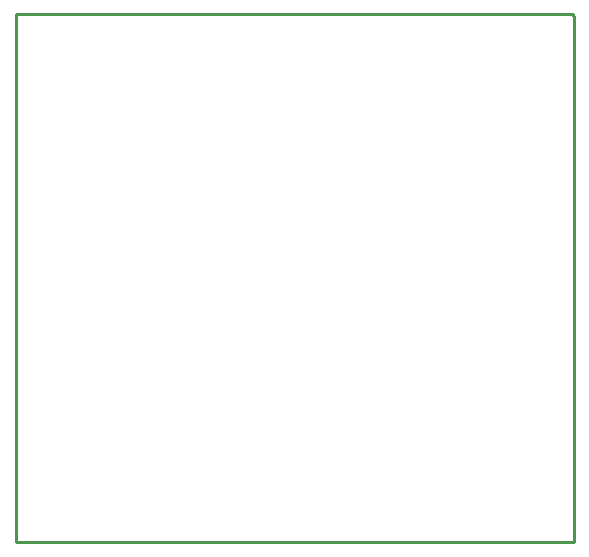
<source format=gm1>
G04*
G04 #@! TF.GenerationSoftware,Altium Limited,Altium Designer,20.0.2 (26)*
G04*
G04 Layer_Color=16711935*
%FSLAX25Y25*%
%MOIN*%
G70*
G01*
G75*
%ADD15C,0.01000*%
D15*
X100000Y500000D02*
X100000Y324000D01*
X286000D01*
Y499500D01*
X285500Y500000D02*
X286000Y499500D01*
X100000Y500000D02*
X285500D01*
M02*

</source>
